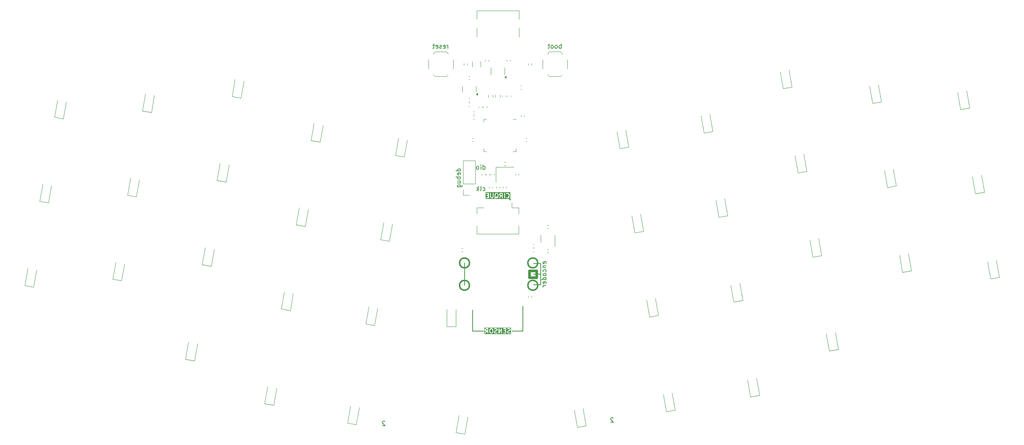
<source format=gbr>
%TF.GenerationSoftware,KiCad,Pcbnew,8.0.8*%
%TF.CreationDate,2025-03-23T01:31:31+01:00*%
%TF.ProjectId,Le Chisoffre,4c652043-6869-4736-9f66-6672652e6b69,rev?*%
%TF.SameCoordinates,Original*%
%TF.FileFunction,Legend,Bot*%
%TF.FilePolarity,Positive*%
%FSLAX46Y46*%
G04 Gerber Fmt 4.6, Leading zero omitted, Abs format (unit mm)*
G04 Created by KiCad (PCBNEW 8.0.8) date 2025-03-23 01:31:31*
%MOMM*%
%LPD*%
G01*
G04 APERTURE LIST*
%ADD10C,0.200000*%
%ADD11C,0.300000*%
%ADD12C,0.600000*%
%ADD13C,0.120000*%
G04 APERTURE END LIST*
D10*
X156368750Y-101600000D02*
X153987500Y-101600000D01*
X143414068Y-91393713D02*
X143418896Y-86406748D01*
D11*
X159704313Y-86404870D02*
G75*
G02*
X157504313Y-86404870I-1100000J0D01*
G01*
X157504313Y-86404870D02*
G75*
G02*
X159704313Y-86404870I1100000J0D01*
G01*
X144514068Y-91393713D02*
G75*
G02*
X142314068Y-91393713I-1100000J0D01*
G01*
X142314068Y-91393713D02*
G75*
G02*
X144514068Y-91393713I1100000J0D01*
G01*
X159710220Y-91391324D02*
G75*
G02*
X157510220Y-91391324I-1100000J0D01*
G01*
X157510220Y-91391324D02*
G75*
G02*
X159710220Y-91391324I1100000J0D01*
G01*
D10*
X160337500Y-91281250D02*
X160337500Y-86518750D01*
D11*
X144518896Y-86406748D02*
G75*
G02*
X142318896Y-86406748I-1100000J0D01*
G01*
X142318896Y-86406748D02*
G75*
G02*
X144518896Y-86406748I1100000J0D01*
G01*
D10*
X160337500Y-88900000D02*
X158750000Y-88900000D01*
D12*
X157826750Y-88127833D02*
X159414250Y-88127833D01*
X159414250Y-89715333D01*
X157826750Y-89715333D01*
X157826750Y-88127833D01*
D10*
X160337500Y-86518750D02*
X158750000Y-86518750D01*
X160337500Y-91281250D02*
X158750000Y-91281250D01*
X147637500Y-101600000D02*
X145256250Y-101600000D01*
X145256250Y-96837500D02*
X145256250Y-101600000D01*
X156368750Y-96043750D02*
X156368750Y-101600000D01*
X147519940Y-65539719D02*
X147519940Y-64539719D01*
X147519940Y-65492100D02*
X147615178Y-65539719D01*
X147615178Y-65539719D02*
X147805654Y-65539719D01*
X147805654Y-65539719D02*
X147900892Y-65492100D01*
X147900892Y-65492100D02*
X147948511Y-65444480D01*
X147948511Y-65444480D02*
X147996130Y-65349242D01*
X147996130Y-65349242D02*
X147996130Y-65063528D01*
X147996130Y-65063528D02*
X147948511Y-64968290D01*
X147948511Y-64968290D02*
X147900892Y-64920671D01*
X147900892Y-64920671D02*
X147805654Y-64873052D01*
X147805654Y-64873052D02*
X147615178Y-64873052D01*
X147615178Y-64873052D02*
X147519940Y-64920671D01*
X147043749Y-65539719D02*
X147043749Y-64873052D01*
X147043749Y-64539719D02*
X147091368Y-64587338D01*
X147091368Y-64587338D02*
X147043749Y-64634957D01*
X147043749Y-64634957D02*
X146996130Y-64587338D01*
X146996130Y-64587338D02*
X147043749Y-64539719D01*
X147043749Y-64539719D02*
X147043749Y-64634957D01*
X146424702Y-65539719D02*
X146519940Y-65492100D01*
X146519940Y-65492100D02*
X146567559Y-65444480D01*
X146567559Y-65444480D02*
X146615178Y-65349242D01*
X146615178Y-65349242D02*
X146615178Y-65063528D01*
X146615178Y-65063528D02*
X146567559Y-64968290D01*
X146567559Y-64968290D02*
X146519940Y-64920671D01*
X146519940Y-64920671D02*
X146424702Y-64873052D01*
X146424702Y-64873052D02*
X146281845Y-64873052D01*
X146281845Y-64873052D02*
X146186607Y-64920671D01*
X146186607Y-64920671D02*
X146138988Y-64968290D01*
X146138988Y-64968290D02*
X146091369Y-65063528D01*
X146091369Y-65063528D02*
X146091369Y-65349242D01*
X146091369Y-65349242D02*
X146138988Y-65444480D01*
X146138988Y-65444480D02*
X146186607Y-65492100D01*
X146186607Y-65492100D02*
X146281845Y-65539719D01*
X146281845Y-65539719D02*
X146424702Y-65539719D01*
X176498213Y-120991207D02*
X176450594Y-120943588D01*
X176450594Y-120943588D02*
X176355356Y-120895969D01*
X176355356Y-120895969D02*
X176117261Y-120895969D01*
X176117261Y-120895969D02*
X176022023Y-120943588D01*
X176022023Y-120943588D02*
X175974404Y-120991207D01*
X175974404Y-120991207D02*
X175926785Y-121086445D01*
X175926785Y-121086445D02*
X175926785Y-121181683D01*
X175926785Y-121181683D02*
X175974404Y-121324540D01*
X175974404Y-121324540D02*
X176545832Y-121895969D01*
X176545832Y-121895969D02*
X175926785Y-121895969D01*
X161535850Y-86566666D02*
X161583469Y-86471428D01*
X161583469Y-86471428D02*
X161583469Y-86280952D01*
X161583469Y-86280952D02*
X161535850Y-86185714D01*
X161535850Y-86185714D02*
X161440611Y-86138095D01*
X161440611Y-86138095D02*
X161059659Y-86138095D01*
X161059659Y-86138095D02*
X160964421Y-86185714D01*
X160964421Y-86185714D02*
X160916802Y-86280952D01*
X160916802Y-86280952D02*
X160916802Y-86471428D01*
X160916802Y-86471428D02*
X160964421Y-86566666D01*
X160964421Y-86566666D02*
X161059659Y-86614285D01*
X161059659Y-86614285D02*
X161154897Y-86614285D01*
X161154897Y-86614285D02*
X161250135Y-86138095D01*
X160916802Y-87042857D02*
X161583469Y-87042857D01*
X161012040Y-87042857D02*
X160964421Y-87090476D01*
X160964421Y-87090476D02*
X160916802Y-87185714D01*
X160916802Y-87185714D02*
X160916802Y-87328571D01*
X160916802Y-87328571D02*
X160964421Y-87423809D01*
X160964421Y-87423809D02*
X161059659Y-87471428D01*
X161059659Y-87471428D02*
X161583469Y-87471428D01*
X161535850Y-88376190D02*
X161583469Y-88280952D01*
X161583469Y-88280952D02*
X161583469Y-88090476D01*
X161583469Y-88090476D02*
X161535850Y-87995238D01*
X161535850Y-87995238D02*
X161488230Y-87947619D01*
X161488230Y-87947619D02*
X161392992Y-87900000D01*
X161392992Y-87900000D02*
X161107278Y-87900000D01*
X161107278Y-87900000D02*
X161012040Y-87947619D01*
X161012040Y-87947619D02*
X160964421Y-87995238D01*
X160964421Y-87995238D02*
X160916802Y-88090476D01*
X160916802Y-88090476D02*
X160916802Y-88280952D01*
X160916802Y-88280952D02*
X160964421Y-88376190D01*
X161583469Y-88947619D02*
X161535850Y-88852381D01*
X161535850Y-88852381D02*
X161488230Y-88804762D01*
X161488230Y-88804762D02*
X161392992Y-88757143D01*
X161392992Y-88757143D02*
X161107278Y-88757143D01*
X161107278Y-88757143D02*
X161012040Y-88804762D01*
X161012040Y-88804762D02*
X160964421Y-88852381D01*
X160964421Y-88852381D02*
X160916802Y-88947619D01*
X160916802Y-88947619D02*
X160916802Y-89090476D01*
X160916802Y-89090476D02*
X160964421Y-89185714D01*
X160964421Y-89185714D02*
X161012040Y-89233333D01*
X161012040Y-89233333D02*
X161107278Y-89280952D01*
X161107278Y-89280952D02*
X161392992Y-89280952D01*
X161392992Y-89280952D02*
X161488230Y-89233333D01*
X161488230Y-89233333D02*
X161535850Y-89185714D01*
X161535850Y-89185714D02*
X161583469Y-89090476D01*
X161583469Y-89090476D02*
X161583469Y-88947619D01*
X161583469Y-90138095D02*
X160583469Y-90138095D01*
X161535850Y-90138095D02*
X161583469Y-90042857D01*
X161583469Y-90042857D02*
X161583469Y-89852381D01*
X161583469Y-89852381D02*
X161535850Y-89757143D01*
X161535850Y-89757143D02*
X161488230Y-89709524D01*
X161488230Y-89709524D02*
X161392992Y-89661905D01*
X161392992Y-89661905D02*
X161107278Y-89661905D01*
X161107278Y-89661905D02*
X161012040Y-89709524D01*
X161012040Y-89709524D02*
X160964421Y-89757143D01*
X160964421Y-89757143D02*
X160916802Y-89852381D01*
X160916802Y-89852381D02*
X160916802Y-90042857D01*
X160916802Y-90042857D02*
X160964421Y-90138095D01*
X161535850Y-90995238D02*
X161583469Y-90900000D01*
X161583469Y-90900000D02*
X161583469Y-90709524D01*
X161583469Y-90709524D02*
X161535850Y-90614286D01*
X161535850Y-90614286D02*
X161440611Y-90566667D01*
X161440611Y-90566667D02*
X161059659Y-90566667D01*
X161059659Y-90566667D02*
X160964421Y-90614286D01*
X160964421Y-90614286D02*
X160916802Y-90709524D01*
X160916802Y-90709524D02*
X160916802Y-90900000D01*
X160916802Y-90900000D02*
X160964421Y-90995238D01*
X160964421Y-90995238D02*
X161059659Y-91042857D01*
X161059659Y-91042857D02*
X161154897Y-91042857D01*
X161154897Y-91042857D02*
X161250135Y-90566667D01*
X161583469Y-91471429D02*
X160916802Y-91471429D01*
X161107278Y-91471429D02*
X161012040Y-91519048D01*
X161012040Y-91519048D02*
X160964421Y-91566667D01*
X160964421Y-91566667D02*
X160916802Y-91661905D01*
X160916802Y-91661905D02*
X160916802Y-91757143D01*
X139731547Y-38552219D02*
X139731547Y-37885552D01*
X139731547Y-38076028D02*
X139683928Y-37980790D01*
X139683928Y-37980790D02*
X139636309Y-37933171D01*
X139636309Y-37933171D02*
X139541071Y-37885552D01*
X139541071Y-37885552D02*
X139445833Y-37885552D01*
X138731547Y-38504600D02*
X138826785Y-38552219D01*
X138826785Y-38552219D02*
X139017261Y-38552219D01*
X139017261Y-38552219D02*
X139112499Y-38504600D01*
X139112499Y-38504600D02*
X139160118Y-38409361D01*
X139160118Y-38409361D02*
X139160118Y-38028409D01*
X139160118Y-38028409D02*
X139112499Y-37933171D01*
X139112499Y-37933171D02*
X139017261Y-37885552D01*
X139017261Y-37885552D02*
X138826785Y-37885552D01*
X138826785Y-37885552D02*
X138731547Y-37933171D01*
X138731547Y-37933171D02*
X138683928Y-38028409D01*
X138683928Y-38028409D02*
X138683928Y-38123647D01*
X138683928Y-38123647D02*
X139160118Y-38218885D01*
X138302975Y-38504600D02*
X138207737Y-38552219D01*
X138207737Y-38552219D02*
X138017261Y-38552219D01*
X138017261Y-38552219D02*
X137922023Y-38504600D01*
X137922023Y-38504600D02*
X137874404Y-38409361D01*
X137874404Y-38409361D02*
X137874404Y-38361742D01*
X137874404Y-38361742D02*
X137922023Y-38266504D01*
X137922023Y-38266504D02*
X138017261Y-38218885D01*
X138017261Y-38218885D02*
X138160118Y-38218885D01*
X138160118Y-38218885D02*
X138255356Y-38171266D01*
X138255356Y-38171266D02*
X138302975Y-38076028D01*
X138302975Y-38076028D02*
X138302975Y-38028409D01*
X138302975Y-38028409D02*
X138255356Y-37933171D01*
X138255356Y-37933171D02*
X138160118Y-37885552D01*
X138160118Y-37885552D02*
X138017261Y-37885552D01*
X138017261Y-37885552D02*
X137922023Y-37933171D01*
X137064880Y-38504600D02*
X137160118Y-38552219D01*
X137160118Y-38552219D02*
X137350594Y-38552219D01*
X137350594Y-38552219D02*
X137445832Y-38504600D01*
X137445832Y-38504600D02*
X137493451Y-38409361D01*
X137493451Y-38409361D02*
X137493451Y-38028409D01*
X137493451Y-38028409D02*
X137445832Y-37933171D01*
X137445832Y-37933171D02*
X137350594Y-37885552D01*
X137350594Y-37885552D02*
X137160118Y-37885552D01*
X137160118Y-37885552D02*
X137064880Y-37933171D01*
X137064880Y-37933171D02*
X137017261Y-38028409D01*
X137017261Y-38028409D02*
X137017261Y-38123647D01*
X137017261Y-38123647D02*
X137493451Y-38218885D01*
X136731546Y-37885552D02*
X136350594Y-37885552D01*
X136588689Y-37552219D02*
X136588689Y-38409361D01*
X136588689Y-38409361D02*
X136541070Y-38504600D01*
X136541070Y-38504600D02*
X136445832Y-38552219D01*
X136445832Y-38552219D02*
X136350594Y-38552219D01*
X164917261Y-38552219D02*
X164917261Y-37552219D01*
X164917261Y-37933171D02*
X164822023Y-37885552D01*
X164822023Y-37885552D02*
X164631547Y-37885552D01*
X164631547Y-37885552D02*
X164536309Y-37933171D01*
X164536309Y-37933171D02*
X164488690Y-37980790D01*
X164488690Y-37980790D02*
X164441071Y-38076028D01*
X164441071Y-38076028D02*
X164441071Y-38361742D01*
X164441071Y-38361742D02*
X164488690Y-38456980D01*
X164488690Y-38456980D02*
X164536309Y-38504600D01*
X164536309Y-38504600D02*
X164631547Y-38552219D01*
X164631547Y-38552219D02*
X164822023Y-38552219D01*
X164822023Y-38552219D02*
X164917261Y-38504600D01*
X163869642Y-38552219D02*
X163964880Y-38504600D01*
X163964880Y-38504600D02*
X164012499Y-38456980D01*
X164012499Y-38456980D02*
X164060118Y-38361742D01*
X164060118Y-38361742D02*
X164060118Y-38076028D01*
X164060118Y-38076028D02*
X164012499Y-37980790D01*
X164012499Y-37980790D02*
X163964880Y-37933171D01*
X163964880Y-37933171D02*
X163869642Y-37885552D01*
X163869642Y-37885552D02*
X163726785Y-37885552D01*
X163726785Y-37885552D02*
X163631547Y-37933171D01*
X163631547Y-37933171D02*
X163583928Y-37980790D01*
X163583928Y-37980790D02*
X163536309Y-38076028D01*
X163536309Y-38076028D02*
X163536309Y-38361742D01*
X163536309Y-38361742D02*
X163583928Y-38456980D01*
X163583928Y-38456980D02*
X163631547Y-38504600D01*
X163631547Y-38504600D02*
X163726785Y-38552219D01*
X163726785Y-38552219D02*
X163869642Y-38552219D01*
X162964880Y-38552219D02*
X163060118Y-38504600D01*
X163060118Y-38504600D02*
X163107737Y-38456980D01*
X163107737Y-38456980D02*
X163155356Y-38361742D01*
X163155356Y-38361742D02*
X163155356Y-38076028D01*
X163155356Y-38076028D02*
X163107737Y-37980790D01*
X163107737Y-37980790D02*
X163060118Y-37933171D01*
X163060118Y-37933171D02*
X162964880Y-37885552D01*
X162964880Y-37885552D02*
X162822023Y-37885552D01*
X162822023Y-37885552D02*
X162726785Y-37933171D01*
X162726785Y-37933171D02*
X162679166Y-37980790D01*
X162679166Y-37980790D02*
X162631547Y-38076028D01*
X162631547Y-38076028D02*
X162631547Y-38361742D01*
X162631547Y-38361742D02*
X162679166Y-38456980D01*
X162679166Y-38456980D02*
X162726785Y-38504600D01*
X162726785Y-38504600D02*
X162822023Y-38552219D01*
X162822023Y-38552219D02*
X162964880Y-38552219D01*
X162345832Y-37885552D02*
X161964880Y-37885552D01*
X162202975Y-37552219D02*
X162202975Y-38409361D01*
X162202975Y-38409361D02*
X162155356Y-38504600D01*
X162155356Y-38504600D02*
X162060118Y-38552219D01*
X162060118Y-38552219D02*
X161964880Y-38552219D01*
X142533469Y-65897321D02*
X141533469Y-65897321D01*
X142485850Y-65897321D02*
X142533469Y-65802083D01*
X142533469Y-65802083D02*
X142533469Y-65611607D01*
X142533469Y-65611607D02*
X142485850Y-65516369D01*
X142485850Y-65516369D02*
X142438230Y-65468750D01*
X142438230Y-65468750D02*
X142342992Y-65421131D01*
X142342992Y-65421131D02*
X142057278Y-65421131D01*
X142057278Y-65421131D02*
X141962040Y-65468750D01*
X141962040Y-65468750D02*
X141914421Y-65516369D01*
X141914421Y-65516369D02*
X141866802Y-65611607D01*
X141866802Y-65611607D02*
X141866802Y-65802083D01*
X141866802Y-65802083D02*
X141914421Y-65897321D01*
X142485850Y-66754464D02*
X142533469Y-66659226D01*
X142533469Y-66659226D02*
X142533469Y-66468750D01*
X142533469Y-66468750D02*
X142485850Y-66373512D01*
X142485850Y-66373512D02*
X142390611Y-66325893D01*
X142390611Y-66325893D02*
X142009659Y-66325893D01*
X142009659Y-66325893D02*
X141914421Y-66373512D01*
X141914421Y-66373512D02*
X141866802Y-66468750D01*
X141866802Y-66468750D02*
X141866802Y-66659226D01*
X141866802Y-66659226D02*
X141914421Y-66754464D01*
X141914421Y-66754464D02*
X142009659Y-66802083D01*
X142009659Y-66802083D02*
X142104897Y-66802083D01*
X142104897Y-66802083D02*
X142200135Y-66325893D01*
X142533469Y-67230655D02*
X141533469Y-67230655D01*
X141914421Y-67230655D02*
X141866802Y-67325893D01*
X141866802Y-67325893D02*
X141866802Y-67516369D01*
X141866802Y-67516369D02*
X141914421Y-67611607D01*
X141914421Y-67611607D02*
X141962040Y-67659226D01*
X141962040Y-67659226D02*
X142057278Y-67706845D01*
X142057278Y-67706845D02*
X142342992Y-67706845D01*
X142342992Y-67706845D02*
X142438230Y-67659226D01*
X142438230Y-67659226D02*
X142485850Y-67611607D01*
X142485850Y-67611607D02*
X142533469Y-67516369D01*
X142533469Y-67516369D02*
X142533469Y-67325893D01*
X142533469Y-67325893D02*
X142485850Y-67230655D01*
X141866802Y-68563988D02*
X142533469Y-68563988D01*
X141866802Y-68135417D02*
X142390611Y-68135417D01*
X142390611Y-68135417D02*
X142485850Y-68183036D01*
X142485850Y-68183036D02*
X142533469Y-68278274D01*
X142533469Y-68278274D02*
X142533469Y-68421131D01*
X142533469Y-68421131D02*
X142485850Y-68516369D01*
X142485850Y-68516369D02*
X142438230Y-68563988D01*
X141866802Y-69468750D02*
X142676326Y-69468750D01*
X142676326Y-69468750D02*
X142771564Y-69421131D01*
X142771564Y-69421131D02*
X142819183Y-69373512D01*
X142819183Y-69373512D02*
X142866802Y-69278274D01*
X142866802Y-69278274D02*
X142866802Y-69135417D01*
X142866802Y-69135417D02*
X142819183Y-69040179D01*
X142485850Y-69468750D02*
X142533469Y-69373512D01*
X142533469Y-69373512D02*
X142533469Y-69183036D01*
X142533469Y-69183036D02*
X142485850Y-69087798D01*
X142485850Y-69087798D02*
X142438230Y-69040179D01*
X142438230Y-69040179D02*
X142342992Y-68992560D01*
X142342992Y-68992560D02*
X142057278Y-68992560D01*
X142057278Y-68992560D02*
X141962040Y-69040179D01*
X141962040Y-69040179D02*
X141914421Y-69087798D01*
X141914421Y-69087798D02*
X141866802Y-69183036D01*
X141866802Y-69183036D02*
X141866802Y-69373512D01*
X141866802Y-69373512D02*
X141914421Y-69468750D01*
X125698213Y-121784957D02*
X125650594Y-121737338D01*
X125650594Y-121737338D02*
X125555356Y-121689719D01*
X125555356Y-121689719D02*
X125317261Y-121689719D01*
X125317261Y-121689719D02*
X125222023Y-121737338D01*
X125222023Y-121737338D02*
X125174404Y-121784957D01*
X125174404Y-121784957D02*
X125126785Y-121880195D01*
X125126785Y-121880195D02*
X125126785Y-121975433D01*
X125126785Y-121975433D02*
X125174404Y-122118290D01*
X125174404Y-122118290D02*
X125745832Y-122689719D01*
X125745832Y-122689719D02*
X125126785Y-122689719D01*
X147472321Y-70254600D02*
X147567559Y-70302219D01*
X147567559Y-70302219D02*
X147758035Y-70302219D01*
X147758035Y-70302219D02*
X147853273Y-70254600D01*
X147853273Y-70254600D02*
X147900892Y-70206980D01*
X147900892Y-70206980D02*
X147948511Y-70111742D01*
X147948511Y-70111742D02*
X147948511Y-69826028D01*
X147948511Y-69826028D02*
X147900892Y-69730790D01*
X147900892Y-69730790D02*
X147853273Y-69683171D01*
X147853273Y-69683171D02*
X147758035Y-69635552D01*
X147758035Y-69635552D02*
X147567559Y-69635552D01*
X147567559Y-69635552D02*
X147472321Y-69683171D01*
X146900892Y-70302219D02*
X146996130Y-70254600D01*
X146996130Y-70254600D02*
X147043749Y-70159361D01*
X147043749Y-70159361D02*
X147043749Y-69302219D01*
X146519939Y-70302219D02*
X146519939Y-69302219D01*
X146424701Y-69921266D02*
X146138987Y-70302219D01*
X146138987Y-69635552D02*
X146519939Y-70016504D01*
G36*
X149515167Y-101182023D02*
G01*
X149579346Y-101246202D01*
X149617261Y-101397861D01*
X149617261Y-101706575D01*
X149579345Y-101858235D01*
X149515169Y-101922413D01*
X149455559Y-101952219D01*
X149312297Y-101952219D01*
X149252687Y-101922414D01*
X149188510Y-101858236D01*
X149150595Y-101706575D01*
X149150595Y-101397862D01*
X149188510Y-101246202D01*
X149252689Y-101182023D01*
X149312297Y-101152219D01*
X149455559Y-101152219D01*
X149515167Y-101182023D01*
G37*
G36*
X148522023Y-101476028D02*
G01*
X148264678Y-101476028D01*
X148205068Y-101446223D01*
X148180400Y-101421554D01*
X148150595Y-101361944D01*
X148150595Y-101266302D01*
X148180400Y-101206692D01*
X148205068Y-101182023D01*
X148264678Y-101152219D01*
X148522023Y-101152219D01*
X148522023Y-101476028D01*
G37*
G36*
X153785515Y-102263330D02*
G01*
X147839484Y-102263330D01*
X147839484Y-101242695D01*
X147950595Y-101242695D01*
X147950595Y-101385552D01*
X147952516Y-101405061D01*
X147953891Y-101408381D01*
X147954146Y-101411965D01*
X147961152Y-101430273D01*
X148008771Y-101525511D01*
X148014056Y-101533907D01*
X148015067Y-101536347D01*
X148017320Y-101539093D01*
X148019214Y-101542101D01*
X148021208Y-101543830D01*
X148027503Y-101551501D01*
X148075122Y-101599119D01*
X148082788Y-101605411D01*
X148084521Y-101607409D01*
X148087529Y-101609302D01*
X148090275Y-101611556D01*
X148092715Y-101612566D01*
X148101112Y-101617852D01*
X148196349Y-101665471D01*
X148198639Y-101666347D01*
X147968672Y-101994873D01*
X147959058Y-102011957D01*
X147950618Y-102050051D01*
X147957399Y-102088476D01*
X147978368Y-102121381D01*
X148010333Y-102143756D01*
X148048427Y-102152196D01*
X148086852Y-102145415D01*
X148119757Y-102124446D01*
X148132518Y-102109565D01*
X148435993Y-101676028D01*
X148522023Y-101676028D01*
X148522023Y-102052219D01*
X148523944Y-102071728D01*
X148538876Y-102107776D01*
X148566466Y-102135366D01*
X148602514Y-102150298D01*
X148641532Y-102150298D01*
X148677580Y-102135366D01*
X148705170Y-102107776D01*
X148720102Y-102071728D01*
X148722023Y-102052219D01*
X148722023Y-101385552D01*
X148950595Y-101385552D01*
X148950595Y-101718885D01*
X148950930Y-101722287D01*
X148950713Y-101723746D01*
X148951792Y-101731043D01*
X148952516Y-101738394D01*
X148953080Y-101739757D01*
X148953581Y-101743139D01*
X149001200Y-101933614D01*
X149007795Y-101952075D01*
X149012220Y-101958047D01*
X149015066Y-101964918D01*
X149027503Y-101980071D01*
X149122741Y-102075311D01*
X149130409Y-102081604D01*
X149132140Y-102083600D01*
X149135147Y-102085493D01*
X149137894Y-102087747D01*
X149140334Y-102088757D01*
X149148731Y-102094043D01*
X149243968Y-102141662D01*
X149262277Y-102148668D01*
X149265860Y-102148922D01*
X149269181Y-102150298D01*
X149288690Y-102152219D01*
X149479166Y-102152219D01*
X149498675Y-102150298D01*
X149501995Y-102148922D01*
X149505579Y-102148668D01*
X149523887Y-102141662D01*
X149619125Y-102094043D01*
X149627520Y-102088758D01*
X149629962Y-102087747D01*
X149632709Y-102085491D01*
X149635715Y-102083600D01*
X149637445Y-102081605D01*
X149645115Y-102075310D01*
X149740353Y-101980071D01*
X149752790Y-101964918D01*
X149755635Y-101958047D01*
X149760061Y-101952075D01*
X149766656Y-101933615D01*
X149808434Y-101766504D01*
X149998214Y-101766504D01*
X149998214Y-101861742D01*
X150000135Y-101881251D01*
X150001510Y-101884571D01*
X150001765Y-101888155D01*
X150008771Y-101906463D01*
X150056390Y-102001701D01*
X150061673Y-102010093D01*
X150062685Y-102012537D01*
X150064941Y-102015286D01*
X150066833Y-102018291D01*
X150068827Y-102020020D01*
X150075122Y-102027690D01*
X150122740Y-102075310D01*
X150130408Y-102081603D01*
X150132140Y-102083600D01*
X150135148Y-102085493D01*
X150137894Y-102087747D01*
X150140334Y-102088757D01*
X150148731Y-102094043D01*
X150243968Y-102141662D01*
X150262277Y-102148668D01*
X150265860Y-102148922D01*
X150269181Y-102150298D01*
X150288690Y-102152219D01*
X150526785Y-102152219D01*
X150536658Y-102151246D01*
X150539292Y-102151434D01*
X150542755Y-102150646D01*
X150546294Y-102150298D01*
X150548736Y-102149286D01*
X150558408Y-102147087D01*
X150701264Y-102099468D01*
X150719165Y-102091477D01*
X150748641Y-102065912D01*
X150766090Y-102031013D01*
X150768857Y-101992093D01*
X150756518Y-101955077D01*
X150730953Y-101925601D01*
X150696054Y-101908151D01*
X150657134Y-101905385D01*
X150638019Y-101909732D01*
X150510558Y-101952219D01*
X150312297Y-101952219D01*
X150252687Y-101922414D01*
X150228020Y-101897746D01*
X150198214Y-101838134D01*
X150198214Y-101790111D01*
X150228019Y-101730501D01*
X150252687Y-101705832D01*
X150323594Y-101670379D01*
X150503419Y-101625423D01*
X150504856Y-101624909D01*
X150505579Y-101624858D01*
X150513703Y-101621749D01*
X150521880Y-101618828D01*
X150522460Y-101618397D01*
X150523887Y-101617852D01*
X150619125Y-101570233D01*
X150627521Y-101564947D01*
X150629961Y-101563937D01*
X150632707Y-101561683D01*
X150635715Y-101559790D01*
X150637444Y-101557795D01*
X150645115Y-101551501D01*
X150692733Y-101503882D01*
X150699025Y-101496215D01*
X150701023Y-101494483D01*
X150702916Y-101491474D01*
X150705170Y-101488729D01*
X150706180Y-101486288D01*
X150711466Y-101477892D01*
X150759085Y-101382655D01*
X150766091Y-101364346D01*
X150766345Y-101360762D01*
X150767721Y-101357442D01*
X150769642Y-101337933D01*
X150769642Y-101242695D01*
X150767721Y-101223186D01*
X150766345Y-101219865D01*
X150766091Y-101216282D01*
X150759085Y-101197973D01*
X150711466Y-101102736D01*
X150706180Y-101094339D01*
X150705170Y-101091899D01*
X150702916Y-101089153D01*
X150701023Y-101086145D01*
X150699025Y-101084412D01*
X150692733Y-101076746D01*
X150668207Y-101052219D01*
X150998214Y-101052219D01*
X150998214Y-102052219D01*
X150998708Y-102057236D01*
X150998458Y-102059204D01*
X150999152Y-102061750D01*
X151000135Y-102071728D01*
X151005226Y-102084018D01*
X151008725Y-102096847D01*
X151012627Y-102101885D01*
X151015067Y-102107776D01*
X151024472Y-102117181D01*
X151032615Y-102127696D01*
X151038149Y-102130858D01*
X151042657Y-102135366D01*
X151054942Y-102140454D01*
X151066492Y-102147055D01*
X151072816Y-102147858D01*
X151078705Y-102150298D01*
X151092006Y-102150298D01*
X151105199Y-102151975D01*
X151111348Y-102150298D01*
X151117723Y-102150298D01*
X151130013Y-102145206D01*
X151142842Y-102141708D01*
X151147880Y-102137805D01*
X151153771Y-102135366D01*
X151163176Y-102125960D01*
X151173691Y-102117818D01*
X151179494Y-102109642D01*
X151181361Y-102107776D01*
X151182119Y-102105943D01*
X151185038Y-102101833D01*
X151569642Y-101428775D01*
X151569642Y-102052219D01*
X151571563Y-102071728D01*
X151586495Y-102107776D01*
X151614085Y-102135366D01*
X151650133Y-102150298D01*
X151689151Y-102150298D01*
X151725199Y-102135366D01*
X151752789Y-102107776D01*
X151767721Y-102071728D01*
X151769642Y-102052219D01*
X151769642Y-101052219D01*
X151769147Y-101047201D01*
X151769398Y-101045234D01*
X151768703Y-101042687D01*
X151767721Y-101032710D01*
X152000135Y-101032710D01*
X152000135Y-101071728D01*
X152015067Y-101107776D01*
X152042657Y-101135366D01*
X152078705Y-101150298D01*
X152098214Y-101152219D01*
X152474404Y-101152219D01*
X152474404Y-101428409D01*
X152241071Y-101428409D01*
X152221562Y-101430330D01*
X152185514Y-101445262D01*
X152157924Y-101472852D01*
X152142992Y-101508900D01*
X152142992Y-101547918D01*
X152157924Y-101583966D01*
X152185514Y-101611556D01*
X152221562Y-101626488D01*
X152241071Y-101628409D01*
X152474404Y-101628409D01*
X152474404Y-101952219D01*
X152098214Y-101952219D01*
X152078705Y-101954140D01*
X152042657Y-101969072D01*
X152015067Y-101996662D01*
X152000135Y-102032710D01*
X152000135Y-102071728D01*
X152015067Y-102107776D01*
X152042657Y-102135366D01*
X152078705Y-102150298D01*
X152098214Y-102152219D01*
X152574404Y-102152219D01*
X152593913Y-102150298D01*
X152629961Y-102135366D01*
X152657551Y-102107776D01*
X152672483Y-102071728D01*
X152674404Y-102052219D01*
X152674404Y-101766504D01*
X152902976Y-101766504D01*
X152902976Y-101861742D01*
X152904897Y-101881251D01*
X152906272Y-101884571D01*
X152906527Y-101888155D01*
X152913533Y-101906463D01*
X152961152Y-102001701D01*
X152966435Y-102010093D01*
X152967447Y-102012537D01*
X152969703Y-102015286D01*
X152971595Y-102018291D01*
X152973589Y-102020020D01*
X152979884Y-102027690D01*
X153027502Y-102075310D01*
X153035170Y-102081603D01*
X153036902Y-102083600D01*
X153039910Y-102085493D01*
X153042656Y-102087747D01*
X153045096Y-102088757D01*
X153053493Y-102094043D01*
X153148730Y-102141662D01*
X153167039Y-102148668D01*
X153170622Y-102148922D01*
X153173943Y-102150298D01*
X153193452Y-102152219D01*
X153431547Y-102152219D01*
X153441420Y-102151246D01*
X153444054Y-102151434D01*
X153447517Y-102150646D01*
X153451056Y-102150298D01*
X153453498Y-102149286D01*
X153463170Y-102147087D01*
X153606026Y-102099468D01*
X153623927Y-102091477D01*
X153653403Y-102065912D01*
X153670852Y-102031013D01*
X153673619Y-101992093D01*
X153661280Y-101955077D01*
X153635715Y-101925601D01*
X153600816Y-101908151D01*
X153561896Y-101905385D01*
X153542781Y-101909732D01*
X153415320Y-101952219D01*
X153217059Y-101952219D01*
X153157449Y-101922414D01*
X153132782Y-101897746D01*
X153102976Y-101838134D01*
X153102976Y-101790111D01*
X153132781Y-101730501D01*
X153157449Y-101705832D01*
X153228356Y-101670379D01*
X153408181Y-101625423D01*
X153409618Y-101624909D01*
X153410341Y-101624858D01*
X153418465Y-101621749D01*
X153426642Y-101618828D01*
X153427222Y-101618397D01*
X153428649Y-101617852D01*
X153523887Y-101570233D01*
X153532283Y-101564947D01*
X153534723Y-101563937D01*
X153537469Y-101561683D01*
X153540477Y-101559790D01*
X153542206Y-101557795D01*
X153549877Y-101551501D01*
X153597495Y-101503882D01*
X153603787Y-101496215D01*
X153605785Y-101494483D01*
X153607678Y-101491474D01*
X153609932Y-101488729D01*
X153610942Y-101486288D01*
X153616228Y-101477892D01*
X153663847Y-101382655D01*
X153670853Y-101364346D01*
X153671107Y-101360762D01*
X153672483Y-101357442D01*
X153674404Y-101337933D01*
X153674404Y-101242695D01*
X153672483Y-101223186D01*
X153671107Y-101219865D01*
X153670853Y-101216282D01*
X153663847Y-101197973D01*
X153616228Y-101102736D01*
X153610942Y-101094339D01*
X153609932Y-101091899D01*
X153607678Y-101089153D01*
X153605785Y-101086145D01*
X153603787Y-101084412D01*
X153597495Y-101076746D01*
X153549877Y-101029127D01*
X153542206Y-101022832D01*
X153540477Y-101020838D01*
X153537469Y-101018944D01*
X153534723Y-101016691D01*
X153532283Y-101015680D01*
X153523887Y-101010395D01*
X153428649Y-100962776D01*
X153410341Y-100955770D01*
X153406757Y-100955515D01*
X153403437Y-100954140D01*
X153383928Y-100952219D01*
X153145833Y-100952219D01*
X153135959Y-100953191D01*
X153133325Y-100953004D01*
X153129861Y-100953791D01*
X153126324Y-100954140D01*
X153123882Y-100955151D01*
X153114210Y-100957351D01*
X152971353Y-101004970D01*
X152953453Y-101012961D01*
X152923977Y-101038526D01*
X152906527Y-101073425D01*
X152903761Y-101112345D01*
X152916099Y-101149361D01*
X152941664Y-101178837D01*
X152976563Y-101196287D01*
X153015483Y-101199053D01*
X153034599Y-101194706D01*
X153162059Y-101152219D01*
X153360321Y-101152219D01*
X153419930Y-101182024D01*
X153444599Y-101206692D01*
X153474404Y-101266302D01*
X153474404Y-101314326D01*
X153444599Y-101373935D01*
X153419930Y-101398603D01*
X153349023Y-101434057D01*
X153169198Y-101479014D01*
X153167759Y-101479527D01*
X153167039Y-101479579D01*
X153158914Y-101482687D01*
X153150738Y-101485609D01*
X153150158Y-101486038D01*
X153148730Y-101486585D01*
X153053493Y-101534204D01*
X153045096Y-101539489D01*
X153042656Y-101540500D01*
X153039910Y-101542753D01*
X153036902Y-101544647D01*
X153035169Y-101546644D01*
X153027503Y-101552937D01*
X152979884Y-101600555D01*
X152973589Y-101608225D01*
X152971595Y-101609955D01*
X152969701Y-101612962D01*
X152967448Y-101615709D01*
X152966437Y-101618148D01*
X152961152Y-101626545D01*
X152913533Y-101721783D01*
X152906527Y-101740091D01*
X152906272Y-101743674D01*
X152904897Y-101746995D01*
X152902976Y-101766504D01*
X152674404Y-101766504D01*
X152674404Y-101052219D01*
X152672483Y-101032710D01*
X152657551Y-100996662D01*
X152629961Y-100969072D01*
X152593913Y-100954140D01*
X152574404Y-100952219D01*
X152098214Y-100952219D01*
X152078705Y-100954140D01*
X152042657Y-100969072D01*
X152015067Y-100996662D01*
X152000135Y-101032710D01*
X151767721Y-101032710D01*
X151762631Y-101020423D01*
X151759132Y-101007591D01*
X151755227Y-101002549D01*
X151752789Y-100996662D01*
X151743385Y-100987258D01*
X151735241Y-100976742D01*
X151729706Y-100973579D01*
X151725199Y-100969072D01*
X151712913Y-100963983D01*
X151701364Y-100957383D01*
X151695039Y-100956579D01*
X151689151Y-100954140D01*
X151675851Y-100954140D01*
X151662658Y-100952463D01*
X151656509Y-100954140D01*
X151650133Y-100954140D01*
X151637846Y-100959229D01*
X151625014Y-100962729D01*
X151619972Y-100966633D01*
X151614085Y-100969072D01*
X151604681Y-100978475D01*
X151594165Y-100986620D01*
X151588361Y-100994795D01*
X151586495Y-100996662D01*
X151585736Y-100998494D01*
X151582818Y-101002605D01*
X151198214Y-101675662D01*
X151198214Y-101052219D01*
X151196293Y-101032710D01*
X151181361Y-100996662D01*
X151153771Y-100969072D01*
X151117723Y-100954140D01*
X151078705Y-100954140D01*
X151042657Y-100969072D01*
X151015067Y-100996662D01*
X151000135Y-101032710D01*
X150998214Y-101052219D01*
X150668207Y-101052219D01*
X150645115Y-101029127D01*
X150637444Y-101022832D01*
X150635715Y-101020838D01*
X150632707Y-101018944D01*
X150629961Y-101016691D01*
X150627521Y-101015680D01*
X150619125Y-101010395D01*
X150523887Y-100962776D01*
X150505579Y-100955770D01*
X150501995Y-100955515D01*
X150498675Y-100954140D01*
X150479166Y-100952219D01*
X150241071Y-100952219D01*
X150231197Y-100953191D01*
X150228563Y-100953004D01*
X150225099Y-100953791D01*
X150221562Y-100954140D01*
X150219120Y-100955151D01*
X150209448Y-100957351D01*
X150066591Y-101004970D01*
X150048691Y-101012961D01*
X150019215Y-101038526D01*
X150001765Y-101073425D01*
X149998999Y-101112345D01*
X150011337Y-101149361D01*
X150036902Y-101178837D01*
X150071801Y-101196287D01*
X150110721Y-101199053D01*
X150129837Y-101194706D01*
X150257297Y-101152219D01*
X150455559Y-101152219D01*
X150515168Y-101182024D01*
X150539837Y-101206692D01*
X150569642Y-101266302D01*
X150569642Y-101314326D01*
X150539837Y-101373935D01*
X150515168Y-101398603D01*
X150444261Y-101434057D01*
X150264436Y-101479014D01*
X150262997Y-101479527D01*
X150262277Y-101479579D01*
X150254152Y-101482687D01*
X150245976Y-101485609D01*
X150245396Y-101486038D01*
X150243968Y-101486585D01*
X150148731Y-101534204D01*
X150140334Y-101539489D01*
X150137894Y-101540500D01*
X150135148Y-101542753D01*
X150132140Y-101544647D01*
X150130407Y-101546644D01*
X150122741Y-101552937D01*
X150075122Y-101600555D01*
X150068827Y-101608225D01*
X150066833Y-101609955D01*
X150064939Y-101612962D01*
X150062686Y-101615709D01*
X150061675Y-101618148D01*
X150056390Y-101626545D01*
X150008771Y-101721783D01*
X150001765Y-101740091D01*
X150001510Y-101743674D01*
X150000135Y-101746995D01*
X149998214Y-101766504D01*
X149808434Y-101766504D01*
X149814275Y-101743139D01*
X149814775Y-101739757D01*
X149815340Y-101738394D01*
X149816063Y-101731043D01*
X149817143Y-101723746D01*
X149816925Y-101722287D01*
X149817261Y-101718885D01*
X149817261Y-101385552D01*
X149816925Y-101382149D01*
X149817143Y-101380691D01*
X149816063Y-101373393D01*
X149815340Y-101366043D01*
X149814775Y-101364679D01*
X149814275Y-101361298D01*
X149766656Y-101170822D01*
X149760061Y-101152362D01*
X149755634Y-101146387D01*
X149752789Y-101139519D01*
X149740353Y-101124365D01*
X149645115Y-101029127D01*
X149637444Y-101022832D01*
X149635715Y-101020838D01*
X149632707Y-101018944D01*
X149629961Y-101016691D01*
X149627521Y-101015680D01*
X149619125Y-101010395D01*
X149523887Y-100962776D01*
X149505579Y-100955770D01*
X149501995Y-100955515D01*
X149498675Y-100954140D01*
X149479166Y-100952219D01*
X149288690Y-100952219D01*
X149269181Y-100954140D01*
X149265860Y-100955515D01*
X149262277Y-100955770D01*
X149243968Y-100962776D01*
X149148731Y-101010395D01*
X149140332Y-101015681D01*
X149137895Y-101016691D01*
X149135151Y-101018942D01*
X149132140Y-101020838D01*
X149130407Y-101022835D01*
X149122741Y-101029127D01*
X149027503Y-101124365D01*
X149015067Y-101139519D01*
X149012221Y-101146387D01*
X149007795Y-101152362D01*
X149001200Y-101170823D01*
X148953581Y-101361298D01*
X148953080Y-101364679D01*
X148952516Y-101366043D01*
X148951792Y-101373393D01*
X148950713Y-101380691D01*
X148950930Y-101382149D01*
X148950595Y-101385552D01*
X148722023Y-101385552D01*
X148722023Y-101052219D01*
X148720102Y-101032710D01*
X148705170Y-100996662D01*
X148677580Y-100969072D01*
X148641532Y-100954140D01*
X148622023Y-100952219D01*
X148241071Y-100952219D01*
X148221562Y-100954140D01*
X148218241Y-100955515D01*
X148214658Y-100955770D01*
X148196349Y-100962776D01*
X148101112Y-101010395D01*
X148092715Y-101015680D01*
X148090275Y-101016691D01*
X148087529Y-101018944D01*
X148084521Y-101020838D01*
X148082788Y-101022835D01*
X148075122Y-101029128D01*
X148027503Y-101076746D01*
X148021208Y-101084416D01*
X148019214Y-101086146D01*
X148017320Y-101089153D01*
X148015067Y-101091900D01*
X148014056Y-101094339D01*
X148008771Y-101102736D01*
X147961152Y-101197974D01*
X147954146Y-101216282D01*
X147953891Y-101219865D01*
X147952516Y-101223186D01*
X147950595Y-101242695D01*
X147839484Y-101242695D01*
X147839484Y-100841108D01*
X153785515Y-100841108D01*
X153785515Y-102263330D01*
G37*
G36*
X150681836Y-71743663D02*
G01*
X150622226Y-71773469D01*
X150553920Y-71773469D01*
X150562211Y-71765177D01*
X150621821Y-71735373D01*
X150690127Y-71735373D01*
X150681836Y-71743663D01*
G37*
G36*
X150681834Y-71003273D02*
G01*
X150746013Y-71067452D01*
X150783928Y-71219111D01*
X150783928Y-71527825D01*
X150772064Y-71575281D01*
X150749009Y-71552226D01*
X150712961Y-71537294D01*
X150693452Y-71535373D01*
X150598214Y-71535373D01*
X150578705Y-71537294D01*
X150575384Y-71538669D01*
X150571801Y-71538924D01*
X150553492Y-71545930D01*
X150458255Y-71593549D01*
X150449858Y-71598834D01*
X150447418Y-71599845D01*
X150444672Y-71602098D01*
X150441664Y-71603992D01*
X150439931Y-71605989D01*
X150432265Y-71612282D01*
X150360119Y-71684428D01*
X150355177Y-71679486D01*
X150317262Y-71527825D01*
X150317262Y-71219112D01*
X150355177Y-71067452D01*
X150419356Y-71003273D01*
X150478964Y-70973469D01*
X150622226Y-70973469D01*
X150681834Y-71003273D01*
G37*
G36*
X151736309Y-71297278D02*
G01*
X151478964Y-71297278D01*
X151419354Y-71267473D01*
X151394686Y-71242804D01*
X151364881Y-71183194D01*
X151364881Y-71087552D01*
X151394686Y-71027942D01*
X151419354Y-71003273D01*
X151478964Y-70973469D01*
X151736309Y-70973469D01*
X151736309Y-71297278D01*
G37*
G36*
X153571229Y-72179033D02*
G01*
X148055691Y-72179033D01*
X148055691Y-70853960D01*
X148166802Y-70853960D01*
X148166802Y-70892978D01*
X148181734Y-70929026D01*
X148209324Y-70956616D01*
X148245372Y-70971548D01*
X148264881Y-70973469D01*
X148641071Y-70973469D01*
X148641071Y-71249659D01*
X148407738Y-71249659D01*
X148388229Y-71251580D01*
X148352181Y-71266512D01*
X148324591Y-71294102D01*
X148309659Y-71330150D01*
X148309659Y-71369168D01*
X148324591Y-71405216D01*
X148352181Y-71432806D01*
X148388229Y-71447738D01*
X148407738Y-71449659D01*
X148641071Y-71449659D01*
X148641071Y-71773469D01*
X148264881Y-71773469D01*
X148245372Y-71775390D01*
X148209324Y-71790322D01*
X148181734Y-71817912D01*
X148166802Y-71853960D01*
X148166802Y-71892978D01*
X148181734Y-71929026D01*
X148209324Y-71956616D01*
X148245372Y-71971548D01*
X148264881Y-71973469D01*
X148741071Y-71973469D01*
X148760580Y-71971548D01*
X148796628Y-71956616D01*
X148824218Y-71929026D01*
X148839150Y-71892978D01*
X148841071Y-71873469D01*
X148841071Y-70873469D01*
X149117262Y-70873469D01*
X149117262Y-71682992D01*
X149119183Y-71702501D01*
X149120558Y-71705821D01*
X149120813Y-71709405D01*
X149127819Y-71727713D01*
X149175438Y-71822951D01*
X149180721Y-71831343D01*
X149181733Y-71833787D01*
X149183989Y-71836536D01*
X149185881Y-71839541D01*
X149187875Y-71841270D01*
X149194170Y-71848940D01*
X149241788Y-71896560D01*
X149249456Y-71902853D01*
X149251188Y-71904850D01*
X149254196Y-71906743D01*
X149256942Y-71908997D01*
X149259382Y-71910007D01*
X149267779Y-71915293D01*
X149363016Y-71962912D01*
X149381325Y-71969918D01*
X149384908Y-71970172D01*
X149388229Y-71971548D01*
X149407738Y-71973469D01*
X149598214Y-71973469D01*
X149617723Y-71971548D01*
X149621043Y-71970172D01*
X149624627Y-71969918D01*
X149642935Y-71962912D01*
X149656359Y-71956200D01*
X150070428Y-71956200D01*
X150073194Y-71995120D01*
X150090643Y-72030019D01*
X150120120Y-72055583D01*
X150157136Y-72067922D01*
X150196056Y-72065156D01*
X150214364Y-72058150D01*
X150309602Y-72010531D01*
X150317998Y-72005245D01*
X150320438Y-72004235D01*
X150323184Y-72001981D01*
X150326192Y-72000088D01*
X150327921Y-71998093D01*
X150335592Y-71991799D01*
X150379864Y-71947526D01*
X150410635Y-71962912D01*
X150428944Y-71969918D01*
X150432527Y-71970172D01*
X150435848Y-71971548D01*
X150455357Y-71973469D01*
X150645833Y-71973469D01*
X150665342Y-71971548D01*
X150668662Y-71970172D01*
X150672246Y-71969918D01*
X150690554Y-71962912D01*
X150785792Y-71915293D01*
X150794187Y-71910008D01*
X150796629Y-71908997D01*
X150799376Y-71906741D01*
X150802382Y-71904850D01*
X150804112Y-71902855D01*
X150811782Y-71896560D01*
X150907020Y-71801321D01*
X150919457Y-71786168D01*
X150922302Y-71779297D01*
X150926728Y-71773325D01*
X150933323Y-71754865D01*
X150980942Y-71564389D01*
X150981442Y-71561007D01*
X150982007Y-71559644D01*
X150982730Y-71552293D01*
X150983810Y-71544996D01*
X150983592Y-71543537D01*
X150983928Y-71540135D01*
X150983928Y-71206802D01*
X150983592Y-71203399D01*
X150983810Y-71201941D01*
X150982730Y-71194643D01*
X150982007Y-71187293D01*
X150981442Y-71185929D01*
X150980942Y-71182548D01*
X150951291Y-71063945D01*
X151164881Y-71063945D01*
X151164881Y-71206802D01*
X151166802Y-71226311D01*
X151168177Y-71229631D01*
X151168432Y-71233215D01*
X151175438Y-71251523D01*
X151223057Y-71346761D01*
X151228342Y-71355157D01*
X151229353Y-71357597D01*
X151231606Y-71360343D01*
X151233500Y-71363351D01*
X151235494Y-71365080D01*
X151241789Y-71372751D01*
X151289408Y-71420369D01*
X151297074Y-71426661D01*
X151298807Y-71428659D01*
X151301815Y-71430552D01*
X151304561Y-71432806D01*
X151307001Y-71433816D01*
X151315398Y-71439102D01*
X151410635Y-71486721D01*
X151412925Y-71487597D01*
X151182958Y-71816123D01*
X151173344Y-71833207D01*
X151164904Y-71871301D01*
X151171685Y-71909726D01*
X151192654Y-71942631D01*
X151224619Y-71965006D01*
X151262713Y-71973446D01*
X151301138Y-71966665D01*
X151334043Y-71945696D01*
X151346804Y-71930815D01*
X151650279Y-71497278D01*
X151736309Y-71497278D01*
X151736309Y-71873469D01*
X151738230Y-71892978D01*
X151753162Y-71929026D01*
X151780752Y-71956616D01*
X151816800Y-71971548D01*
X151855818Y-71971548D01*
X151891866Y-71956616D01*
X151919456Y-71929026D01*
X151934388Y-71892978D01*
X151936309Y-71873469D01*
X151936309Y-70873469D01*
X152212499Y-70873469D01*
X152212499Y-71873469D01*
X152214420Y-71892978D01*
X152229352Y-71929026D01*
X152256942Y-71956616D01*
X152292990Y-71971548D01*
X152332008Y-71971548D01*
X152368056Y-71956616D01*
X152395646Y-71929026D01*
X152410578Y-71892978D01*
X152412499Y-71873469D01*
X152412499Y-70949198D01*
X152642992Y-70949198D01*
X152642992Y-70988216D01*
X152657924Y-71024264D01*
X152685514Y-71051854D01*
X152721562Y-71066786D01*
X152760580Y-71066786D01*
X152796628Y-71051854D01*
X152811782Y-71039418D01*
X152842708Y-71008490D01*
X152947773Y-70973469D01*
X153010558Y-70973469D01*
X153115622Y-71008490D01*
X153182695Y-71075563D01*
X153218147Y-71146468D01*
X153260118Y-71314349D01*
X153260118Y-71432587D01*
X153218147Y-71600468D01*
X153182694Y-71671374D01*
X153115623Y-71738447D01*
X153010558Y-71773469D01*
X152947773Y-71773469D01*
X152842708Y-71738447D01*
X152811782Y-71707520D01*
X152796629Y-71695083D01*
X152760581Y-71680152D01*
X152721563Y-71680151D01*
X152685514Y-71695082D01*
X152657924Y-71722672D01*
X152642993Y-71758720D01*
X152642992Y-71797738D01*
X152657923Y-71833787D01*
X152670360Y-71848940D01*
X152717978Y-71896560D01*
X152733132Y-71908997D01*
X152736451Y-71910372D01*
X152739167Y-71912727D01*
X152757067Y-71920718D01*
X152899924Y-71968337D01*
X152909596Y-71970536D01*
X152912038Y-71971548D01*
X152915575Y-71971896D01*
X152919039Y-71972684D01*
X152921673Y-71972496D01*
X152931547Y-71973469D01*
X153026785Y-71973469D01*
X153036658Y-71972496D01*
X153039292Y-71972684D01*
X153042755Y-71971896D01*
X153046294Y-71971548D01*
X153048736Y-71970536D01*
X153058408Y-71968337D01*
X153201264Y-71920718D01*
X153219165Y-71912727D01*
X153221880Y-71910372D01*
X153225200Y-71908997D01*
X153240353Y-71896560D01*
X153335591Y-71801321D01*
X153341883Y-71793654D01*
X153343880Y-71791923D01*
X153345773Y-71788915D01*
X153348028Y-71786168D01*
X153349039Y-71783726D01*
X153354323Y-71775332D01*
X153401942Y-71680095D01*
X153402488Y-71678666D01*
X153402918Y-71678087D01*
X153405839Y-71669910D01*
X153408948Y-71661786D01*
X153408999Y-71661065D01*
X153409513Y-71659627D01*
X153457132Y-71469151D01*
X153457632Y-71465769D01*
X153458197Y-71464406D01*
X153458920Y-71457055D01*
X153460000Y-71449758D01*
X153459782Y-71448299D01*
X153460118Y-71444897D01*
X153460118Y-71302040D01*
X153459782Y-71298637D01*
X153460000Y-71297179D01*
X153458920Y-71289881D01*
X153458197Y-71282531D01*
X153457632Y-71281167D01*
X153457132Y-71277786D01*
X153409513Y-71087310D01*
X153408999Y-71085871D01*
X153408948Y-71085151D01*
X153405839Y-71077026D01*
X153402918Y-71068850D01*
X153402488Y-71068270D01*
X153401942Y-71066842D01*
X153354323Y-70971605D01*
X153349036Y-70963206D01*
X153348027Y-70960769D01*
X153345775Y-70958025D01*
X153343880Y-70955014D01*
X153341882Y-70953281D01*
X153335591Y-70945615D01*
X153240353Y-70850377D01*
X153225199Y-70837941D01*
X153221880Y-70836566D01*
X153219165Y-70834211D01*
X153201264Y-70826220D01*
X153058408Y-70778601D01*
X153048736Y-70776401D01*
X153046294Y-70775390D01*
X153042755Y-70775041D01*
X153039292Y-70774254D01*
X153036658Y-70774441D01*
X153026785Y-70773469D01*
X152931547Y-70773469D01*
X152921673Y-70774441D01*
X152919039Y-70774254D01*
X152915575Y-70775041D01*
X152912038Y-70775390D01*
X152909596Y-70776401D01*
X152899924Y-70778601D01*
X152757067Y-70826220D01*
X152739167Y-70834211D01*
X152736451Y-70836566D01*
X152733132Y-70837941D01*
X152717979Y-70850378D01*
X152670360Y-70897996D01*
X152657924Y-70913150D01*
X152642992Y-70949198D01*
X152412499Y-70949198D01*
X152412499Y-70873469D01*
X152410578Y-70853960D01*
X152395646Y-70817912D01*
X152368056Y-70790322D01*
X152332008Y-70775390D01*
X152292990Y-70775390D01*
X152256942Y-70790322D01*
X152229352Y-70817912D01*
X152214420Y-70853960D01*
X152212499Y-70873469D01*
X151936309Y-70873469D01*
X151934388Y-70853960D01*
X151919456Y-70817912D01*
X151891866Y-70790322D01*
X151855818Y-70775390D01*
X151836309Y-70773469D01*
X151455357Y-70773469D01*
X151435848Y-70775390D01*
X151432527Y-70776765D01*
X151428944Y-70777020D01*
X151410635Y-70784026D01*
X151315398Y-70831645D01*
X151307001Y-70836930D01*
X151304561Y-70837941D01*
X151301815Y-70840194D01*
X151298807Y-70842088D01*
X151297074Y-70844085D01*
X151289408Y-70850378D01*
X151241789Y-70897996D01*
X151235494Y-70905666D01*
X151233500Y-70907396D01*
X151231606Y-70910403D01*
X151229353Y-70913150D01*
X151228342Y-70915589D01*
X151223057Y-70923986D01*
X151175438Y-71019224D01*
X151168432Y-71037532D01*
X151168177Y-71041115D01*
X151166802Y-71044436D01*
X151164881Y-71063945D01*
X150951291Y-71063945D01*
X150933323Y-70992072D01*
X150926728Y-70973612D01*
X150922301Y-70967637D01*
X150919456Y-70960769D01*
X150907020Y-70945615D01*
X150811782Y-70850377D01*
X150804111Y-70844082D01*
X150802382Y-70842088D01*
X150799374Y-70840194D01*
X150796628Y-70837941D01*
X150794188Y-70836930D01*
X150785792Y-70831645D01*
X150690554Y-70784026D01*
X150672246Y-70777020D01*
X150668662Y-70776765D01*
X150665342Y-70775390D01*
X150645833Y-70773469D01*
X150455357Y-70773469D01*
X150435848Y-70775390D01*
X150432527Y-70776765D01*
X150428944Y-70777020D01*
X150410635Y-70784026D01*
X150315398Y-70831645D01*
X150306999Y-70836931D01*
X150304562Y-70837941D01*
X150301818Y-70840192D01*
X150298807Y-70842088D01*
X150297074Y-70844085D01*
X150289408Y-70850377D01*
X150194170Y-70945615D01*
X150181734Y-70960769D01*
X150178888Y-70967637D01*
X150174462Y-70973612D01*
X150167867Y-70992073D01*
X150120248Y-71182548D01*
X150119747Y-71185929D01*
X150119183Y-71187293D01*
X150118459Y-71194643D01*
X150117380Y-71201941D01*
X150117597Y-71203399D01*
X150117262Y-71206802D01*
X150117262Y-71540135D01*
X150117597Y-71543537D01*
X150117380Y-71544996D01*
X150118459Y-71552293D01*
X150119183Y-71559644D01*
X150119747Y-71561007D01*
X150120248Y-71564389D01*
X150167867Y-71754864D01*
X150174462Y-71773325D01*
X150178887Y-71779297D01*
X150181733Y-71786168D01*
X150194170Y-71801321D01*
X150218697Y-71825849D01*
X150205644Y-71838902D01*
X150124922Y-71879264D01*
X150108331Y-71889707D01*
X150082767Y-71919184D01*
X150070428Y-71956200D01*
X149656359Y-71956200D01*
X149738173Y-71915293D01*
X149746568Y-71910008D01*
X149749010Y-71908997D01*
X149751757Y-71906741D01*
X149754763Y-71904850D01*
X149756493Y-71902855D01*
X149764163Y-71896560D01*
X149811782Y-71848940D01*
X149818074Y-71841273D01*
X149820071Y-71839542D01*
X149821964Y-71836534D01*
X149824219Y-71833787D01*
X149825230Y-71831345D01*
X149830514Y-71822951D01*
X149878133Y-71727714D01*
X149885139Y-71709405D01*
X149885393Y-71705821D01*
X149886769Y-71702501D01*
X149888690Y-71682992D01*
X149888690Y-70873469D01*
X149886769Y-70853960D01*
X149871837Y-70817912D01*
X149844247Y-70790322D01*
X149808199Y-70775390D01*
X149769181Y-70775390D01*
X149733133Y-70790322D01*
X149705543Y-70817912D01*
X149690611Y-70853960D01*
X149688690Y-70873469D01*
X149688690Y-71659385D01*
X149658885Y-71718993D01*
X149634216Y-71743663D01*
X149574607Y-71773469D01*
X149431345Y-71773469D01*
X149371735Y-71743664D01*
X149347068Y-71718996D01*
X149317262Y-71659384D01*
X149317262Y-70873469D01*
X149315341Y-70853960D01*
X149300409Y-70817912D01*
X149272819Y-70790322D01*
X149236771Y-70775390D01*
X149197753Y-70775390D01*
X149161705Y-70790322D01*
X149134115Y-70817912D01*
X149119183Y-70853960D01*
X149117262Y-70873469D01*
X148841071Y-70873469D01*
X148839150Y-70853960D01*
X148824218Y-70817912D01*
X148796628Y-70790322D01*
X148760580Y-70775390D01*
X148741071Y-70773469D01*
X148264881Y-70773469D01*
X148245372Y-70775390D01*
X148209324Y-70790322D01*
X148181734Y-70817912D01*
X148166802Y-70853960D01*
X148055691Y-70853960D01*
X148055691Y-70662358D01*
X153571229Y-70662358D01*
X153571229Y-72179033D01*
G37*
D13*
%TO.C,D28*%
X220223325Y-81271318D02*
X220893607Y-85072676D01*
X220893607Y-85072676D02*
X222863222Y-84725380D01*
X222192940Y-80924022D02*
X222863222Y-84725380D01*
%TO.C,D35*%
X206375114Y-112438789D02*
X207045396Y-116240147D01*
X207045396Y-116240147D02*
X209015011Y-115892851D01*
X208344729Y-112091493D02*
X209015011Y-115892851D01*
%TO.C,C15*%
X156008750Y-53553414D02*
X156008750Y-53769086D01*
X156728750Y-53553414D02*
X156728750Y-53769086D01*
%TO.C,D16*%
X180585031Y-75880538D02*
X181255313Y-79681896D01*
X181255313Y-79681896D02*
X183224928Y-79334600D01*
X182554646Y-75533242D02*
X183224928Y-79334600D01*
%TO.C,D32*%
X98934844Y-117761512D02*
X100904459Y-118108808D01*
X99605126Y-113960154D02*
X98934844Y-117761512D01*
X101574741Y-114307450D02*
X100904459Y-118108808D01*
%TO.C,R7*%
X150290000Y-49449758D02*
X150290000Y-48975242D01*
X151335000Y-49449758D02*
X151335000Y-48975242D01*
%TO.C,D40*%
X187605372Y-115728499D02*
X188275654Y-119529857D01*
X188275654Y-119529857D02*
X190245269Y-119182561D01*
X189574987Y-115381203D02*
X190245269Y-119182561D01*
%TO.C,D27*%
X202653617Y-91333128D02*
X203323899Y-95134486D01*
X203323899Y-95134486D02*
X205293514Y-94787190D01*
X204623232Y-90985832D02*
X205293514Y-94787190D01*
%TO.C,D25*%
X121416929Y-99963848D02*
X123386544Y-100311144D01*
X122087211Y-96162490D02*
X121416929Y-99963848D01*
X124056826Y-96509786D02*
X123386544Y-100311144D01*
%TO.C,R8*%
X148702500Y-49449758D02*
X148702500Y-48975242D01*
X149747500Y-49449758D02*
X149747500Y-48975242D01*
%TO.C,D2*%
X71751161Y-52518679D02*
X73720776Y-52865975D01*
X72421443Y-48717321D02*
X71751161Y-52518679D01*
X74391058Y-49064617D02*
X73720776Y-52865975D01*
%TO.C,D4*%
X109272337Y-59134675D02*
X111241952Y-59481971D01*
X109942619Y-55333317D02*
X109272337Y-59134675D01*
X111912234Y-55680613D02*
X111241952Y-59481971D01*
%TO.C,D11*%
X48855576Y-72661416D02*
X50825191Y-73008712D01*
X49525858Y-68860058D02*
X48855576Y-72661416D01*
X51495473Y-69207354D02*
X50825191Y-73008712D01*
%TO.C,C4*%
X147608732Y-51528363D02*
X147608732Y-51744035D01*
X148328732Y-51528363D02*
X148328732Y-51744035D01*
%TO.C,D41*%
X139493750Y-96775000D02*
X139493750Y-100635000D01*
X139493750Y-100635000D02*
X141493750Y-100635000D01*
X141493750Y-96775000D02*
X141493750Y-100635000D01*
%TO.C,D31*%
X81332055Y-107887308D02*
X83301670Y-108234604D01*
X82002337Y-104085950D02*
X81332055Y-107887308D01*
X83971952Y-104433246D02*
X83301670Y-108234604D01*
%TO.C,D10*%
X253113304Y-48390501D02*
X253783586Y-52191859D01*
X253783586Y-52191859D02*
X255753201Y-51844563D01*
X255082919Y-48043205D02*
X255753201Y-51844563D01*
%TO.C,D8*%
X213607330Y-43750143D02*
X214277612Y-47551501D01*
X214277612Y-47551501D02*
X216247227Y-47204205D01*
X215576945Y-43402847D02*
X216247227Y-47204205D01*
%TO.C,J1*%
X146112500Y-30155000D02*
X146112500Y-32055000D01*
X146112500Y-33955000D02*
X146112500Y-35955000D01*
X155512500Y-30155000D02*
X146112500Y-30155000D01*
X155512500Y-30155000D02*
X155512500Y-32055000D01*
X155512500Y-33955000D02*
X155512500Y-35955000D01*
%TO.C,D39*%
X167797423Y-119198715D02*
X168467705Y-123000073D01*
X168467705Y-123000073D02*
X170437320Y-122652777D01*
X169767038Y-118851419D02*
X170437320Y-122652777D01*
%TO.C,F1*%
X145140000Y-42670814D02*
X145140000Y-41466686D01*
X146960000Y-42670814D02*
X146960000Y-41466686D01*
%TO.C,D6*%
X177277033Y-57119951D02*
X177947315Y-60921309D01*
X177947315Y-60921309D02*
X179916930Y-60574013D01*
X179246648Y-56772655D02*
X179916930Y-60574013D01*
%TO.C,C16*%
X144570336Y-44783750D02*
X144354664Y-44783750D01*
X144570336Y-45503750D02*
X144354664Y-45503750D01*
%TO.C,R10*%
X142721359Y-83163750D02*
X143028641Y-83163750D01*
X142721359Y-83923750D02*
X143028641Y-83923750D01*
%TO.C,D18*%
X216915327Y-62510730D02*
X217585609Y-66312088D01*
X217585609Y-66312088D02*
X219555224Y-65964792D01*
X218884942Y-62163434D02*
X219555224Y-65964792D01*
%TO.C,D15*%
X124724927Y-81203260D02*
X126694542Y-81550556D01*
X125395209Y-77401902D02*
X124724927Y-81203260D01*
X127364824Y-77749198D02*
X126694542Y-81550556D01*
%TO.C,U4*%
X160365000Y-80162500D02*
X160365000Y-80962500D01*
X160365000Y-81762500D02*
X160365000Y-80962500D01*
X163485000Y-80162500D02*
X163485000Y-80962500D01*
X163485000Y-82762500D02*
X163485000Y-80962500D01*
%TO.C,C20*%
X161817412Y-77971937D02*
X162033084Y-77971937D01*
X161817412Y-78691937D02*
X162033084Y-78691937D01*
%TO.C,U3*%
X147632500Y-54333750D02*
X148282500Y-54333750D01*
X147632500Y-54983750D02*
X147632500Y-54333750D01*
X147632500Y-60903750D02*
X147632500Y-61553750D01*
X147632500Y-61553750D02*
X148282500Y-61553750D01*
X154852500Y-54333750D02*
X154202500Y-54333750D01*
X154852500Y-60903750D02*
X154852500Y-61553750D01*
X154852500Y-61553750D02*
X154202500Y-61553750D01*
%TO.C,C11*%
X145155960Y-58588805D02*
X145371632Y-58588805D01*
X145155960Y-59308805D02*
X145371632Y-59308805D01*
%TO.C,C19*%
X158642164Y-83183750D02*
X158857836Y-83183750D01*
X158642164Y-83903750D02*
X158857836Y-83903750D01*
%TO.C,D36*%
X223911743Y-102189374D02*
X224582025Y-105990732D01*
X224582025Y-105990732D02*
X226551640Y-105643436D01*
X225881358Y-101842078D02*
X226551640Y-105643436D01*
%TO.C,D19*%
X236833714Y-65768939D02*
X237503996Y-69570297D01*
X237503996Y-69570297D02*
X239473611Y-69223001D01*
X238803329Y-65421643D02*
X239473611Y-69223001D01*
%TO.C,D38*%
X141506430Y-124240277D02*
X143476045Y-124587573D01*
X142176712Y-120438919D02*
X141506430Y-124240277D01*
X144146327Y-120786215D02*
X143476045Y-124587573D01*
%TO.C,SW1*%
X160762500Y-41068750D02*
X160762500Y-43068750D01*
X162262500Y-39318750D02*
X161812500Y-39768750D01*
X162262500Y-44818750D02*
X161812500Y-44368750D01*
X164762500Y-39318750D02*
X162262500Y-39318750D01*
X164762500Y-39318750D02*
X165212500Y-39768750D01*
X164762500Y-44818750D02*
X162262500Y-44818750D01*
X164762500Y-44818750D02*
X165212500Y-44368750D01*
X166262500Y-41068750D02*
X166262500Y-43068750D01*
%TO.C,R12*%
X152020000Y-69719891D02*
X152020000Y-69412609D01*
X152780000Y-69719891D02*
X152780000Y-69412609D01*
%TO.C,C2*%
X154767910Y-66568121D02*
X154767910Y-66783793D01*
X155487910Y-66568121D02*
X155487910Y-66783793D01*
%TO.C,C17*%
X144354664Y-50740000D02*
X144570336Y-50740000D01*
X144354664Y-51460000D02*
X144570336Y-51460000D01*
%TO.C,D7*%
X196004541Y-53624347D02*
X196674823Y-57425705D01*
X196674823Y-57425705D02*
X198644438Y-57078409D01*
X197974156Y-53277051D02*
X198644438Y-57078409D01*
%TO.C,C18*%
X158857836Y-82190000D02*
X158642164Y-82190000D01*
X158857836Y-82910000D02*
X158642164Y-82910000D01*
%TO.C,D13*%
X88361550Y-68021059D02*
X90331165Y-68368355D01*
X89031832Y-64219701D02*
X88361550Y-68021059D01*
X91001447Y-64566997D02*
X90331165Y-68368355D01*
%TO.C,D17*%
X199312539Y-72384935D02*
X199982821Y-76186293D01*
X199982821Y-76186293D02*
X201952436Y-75838997D01*
X201282154Y-72037639D02*
X201952436Y-75838997D01*
%TO.C,C8*%
X146580809Y-51538537D02*
X146580809Y-51754209D01*
X147300809Y-51538537D02*
X147300809Y-51754209D01*
%TO.C,D12*%
X68443163Y-71279267D02*
X70412778Y-71626563D01*
X69113445Y-67477909D02*
X68443163Y-71279267D01*
X71083060Y-67825205D02*
X70412778Y-71626563D01*
%TO.C,D1*%
X52163574Y-53900829D02*
X54133189Y-54248125D01*
X52833856Y-50099471D02*
X52163574Y-53900829D01*
X54803471Y-50446767D02*
X54133189Y-54248125D01*
%TO.C,U1*%
X149252500Y-42856250D02*
X149252500Y-43656250D01*
X149252500Y-44456250D02*
X149252500Y-43656250D01*
X152372500Y-42856250D02*
X152372500Y-43656250D01*
X152372500Y-44456250D02*
X152372500Y-43656250D01*
X152652500Y-45196250D02*
X152322500Y-44956250D01*
X152652500Y-44716250D01*
X152652500Y-45196250D01*
G36*
X152652500Y-45196250D02*
G01*
X152322500Y-44956250D01*
X152652500Y-44716250D01*
X152652500Y-45196250D01*
G37*
%TO.C,R13*%
X150432500Y-69719891D02*
X150432500Y-69412609D01*
X151192500Y-69719891D02*
X151192500Y-69412609D01*
%TO.C,C1*%
X156070167Y-46946956D02*
X155854495Y-46946956D01*
X156070167Y-47666956D02*
X155854495Y-47666956D01*
%TO.C,C9*%
X145366887Y-53684548D02*
X145582559Y-53684548D01*
X145366887Y-54404548D02*
X145582559Y-54404548D01*
%TO.C,D23*%
X85053553Y-86781647D02*
X87023168Y-87128943D01*
X85723835Y-82980289D02*
X85053553Y-86781647D01*
X87693450Y-83327585D02*
X87023168Y-87128943D01*
%TO.C,R3*%
X148051250Y-41428641D02*
X148051250Y-41121359D01*
X148811250Y-41428641D02*
X148811250Y-41121359D01*
%TO.C,C12*%
X157277882Y-58588805D02*
X157062210Y-58588805D01*
X157277882Y-59308805D02*
X157062210Y-59308805D01*
%TO.C,D29*%
X240174792Y-84717133D02*
X240845074Y-88518491D01*
X240845074Y-88518491D02*
X242814689Y-88171195D01*
X242144407Y-84369837D02*
X242814689Y-88171195D01*
%TO.C,R9*%
X157576250Y-93792609D02*
X157576250Y-94099891D01*
X158336250Y-93792609D02*
X158336250Y-94099891D01*
%TO.C,C21*%
X161817164Y-83383750D02*
X162032836Y-83383750D01*
X161817164Y-84103750D02*
X162032836Y-84103750D01*
%TO.C,Y1*%
X150400000Y-65025000D02*
X150400000Y-68325000D01*
X154400000Y-65025000D02*
X150400000Y-65025000D01*
%TO.C,SWR1*%
X135362500Y-43068750D02*
X135362500Y-41068750D01*
X136862500Y-39318750D02*
X136412500Y-39768750D01*
X136862500Y-39318750D02*
X139362500Y-39318750D01*
X136862500Y-44818750D02*
X136412500Y-44368750D01*
X136862500Y-44818750D02*
X139362500Y-44818750D01*
X139362500Y-39318750D02*
X139812500Y-39768750D01*
X139362500Y-44818750D02*
X139812500Y-44368750D01*
X140862500Y-43068750D02*
X140862500Y-41068750D01*
%TO.C,C14*%
X145367177Y-52633014D02*
X145582849Y-52633014D01*
X145367177Y-53353014D02*
X145582849Y-53353014D01*
%TO.C,D21*%
X45547578Y-91422004D02*
X47517193Y-91769300D01*
X46217860Y-87620646D02*
X45547578Y-91422004D01*
X48187475Y-87967942D02*
X47517193Y-91769300D01*
%TO.C,D14*%
X105964339Y-77895263D02*
X107933954Y-78242559D01*
X106634621Y-74093905D02*
X105964339Y-77895263D01*
X108604236Y-74441201D02*
X107933954Y-78242559D01*
%TO.C,R5*%
X143288750Y-42222391D02*
X143288750Y-41915109D01*
X144048750Y-42222391D02*
X144048750Y-41915109D01*
%TO.C,D22*%
X65135166Y-90039855D02*
X67104781Y-90387151D01*
X65805448Y-86238497D02*
X65135166Y-90039855D01*
X67775063Y-86585793D02*
X67104781Y-90387151D01*
%TO.C,R4*%
X152813750Y-41428641D02*
X152813750Y-41121359D01*
X153573750Y-41428641D02*
X153573750Y-41121359D01*
%TO.C,C3*%
X149322815Y-66567164D02*
X149322815Y-66782836D01*
X150042815Y-66567164D02*
X150042815Y-66782836D01*
%TO.C,D26*%
X183893029Y-94641126D02*
X184563311Y-98442484D01*
X184563311Y-98442484D02*
X186532926Y-98095188D01*
X185862644Y-94293830D02*
X186532926Y-98095188D01*
%TO.C,U2*%
X142902500Y-46975000D02*
X142902500Y-47625000D01*
X142902500Y-48275000D02*
X142902500Y-47625000D01*
X146022500Y-46975000D02*
X146022500Y-47625000D01*
X146022500Y-48275000D02*
X146022500Y-47625000D01*
X146302500Y-49027500D02*
X145972500Y-48787500D01*
X146302500Y-48547500D01*
X146302500Y-49027500D01*
G36*
X146302500Y-49027500D02*
G01*
X145972500Y-48787500D01*
X146302500Y-48547500D01*
X146302500Y-49027500D01*
G37*
%TO.C,C10*%
X148249539Y-66800194D02*
X148249539Y-66584522D01*
X148969539Y-66800194D02*
X148969539Y-66584522D01*
%TO.C,J2*%
X146162500Y-74106250D02*
X147652500Y-74106250D01*
X146162500Y-75446250D02*
X146162500Y-74106250D01*
X146162500Y-78166250D02*
X146162500Y-79906250D01*
X146162500Y-79906250D02*
X155462500Y-79906250D01*
X153972500Y-72906250D02*
X153972500Y-74106250D01*
X155462500Y-74106250D02*
X153972500Y-74106250D01*
X155462500Y-75446250D02*
X155462500Y-74106250D01*
X155462500Y-79906250D02*
X155462500Y-78166250D01*
D10*
X153662500Y-72281250D02*
G75*
G02*
X153462500Y-72281250I-100000J0D01*
G01*
X153462500Y-72281250D02*
G75*
G02*
X153662500Y-72281250I100000J0D01*
G01*
D13*
%TO.C,D9*%
X233525716Y-47008351D02*
X234195998Y-50809709D01*
X234195998Y-50809709D02*
X236165613Y-50462413D01*
X235495331Y-46661055D02*
X236165613Y-50462413D01*
%TO.C,D24*%
X102656341Y-96655850D02*
X104625956Y-97003146D01*
X103326623Y-92854492D02*
X102656341Y-96655850D01*
X105296238Y-93201788D02*
X104625956Y-97003146D01*
%TO.C,C7*%
X144570336Y-49746250D02*
X144354664Y-49746250D01*
X144570336Y-50466250D02*
X144354664Y-50466250D01*
%TO.C,D37*%
X117365792Y-122090855D02*
X119335407Y-122438151D01*
X118036074Y-118289497D02*
X117365792Y-122090855D01*
X120005689Y-118636793D02*
X119335407Y-122438151D01*
%TO.C,SWD1*%
X143132500Y-63583750D02*
X143132500Y-68723750D01*
X143132500Y-71323750D02*
X143132500Y-69993750D01*
X144462500Y-71323750D02*
X143132500Y-71323750D01*
X145792500Y-63583750D02*
X143132500Y-63583750D01*
X145792500Y-63583750D02*
X145792500Y-68723750D01*
X145792500Y-68723750D02*
X143132500Y-68723750D01*
%TO.C,D5*%
X128032924Y-62442673D02*
X130002539Y-62789969D01*
X128703206Y-58641315D02*
X128032924Y-62442673D01*
X130672821Y-58988611D02*
X130002539Y-62789969D01*
%TO.C,C13*%
X151861837Y-49102698D02*
X151861837Y-49318370D01*
X152581837Y-49102698D02*
X152581837Y-49318370D01*
%TO.C,R11*%
X148845000Y-69412609D02*
X148845000Y-69719891D01*
X149605000Y-69412609D02*
X149605000Y-69719891D01*
%TO.C,R6*%
X152553641Y-63913750D02*
X152246359Y-63913750D01*
X152553641Y-64673750D02*
X152246359Y-64673750D01*
%TO.C,D3*%
X91669548Y-49260472D02*
X93639163Y-49607768D01*
X92339830Y-45459114D02*
X91669548Y-49260472D01*
X94309445Y-45806410D02*
X93639163Y-49607768D01*
%TO.C,C6*%
X147262780Y-66792771D02*
X147262780Y-66577099D01*
X147982780Y-66792771D02*
X147982780Y-66577099D01*
%TO.C,D20*%
X256421301Y-67151088D02*
X257091583Y-70952446D01*
X257091583Y-70952446D02*
X259061198Y-70605150D01*
X258390916Y-66803792D02*
X259061198Y-70605150D01*
%TO.C,R2*%
X157576250Y-41915109D02*
X157576250Y-42222391D01*
X158336250Y-41915109D02*
X158336250Y-42222391D01*
%TO.C,C5*%
X152933750Y-49104664D02*
X152933750Y-49320336D01*
X153653750Y-49104664D02*
X153653750Y-49320336D01*
%TO.C,D30*%
X259762379Y-86099282D02*
X260432661Y-89900640D01*
X260432661Y-89900640D02*
X262402276Y-89553344D01*
X261731994Y-85751986D02*
X262402276Y-89553344D01*
%TD*%
M02*

</source>
